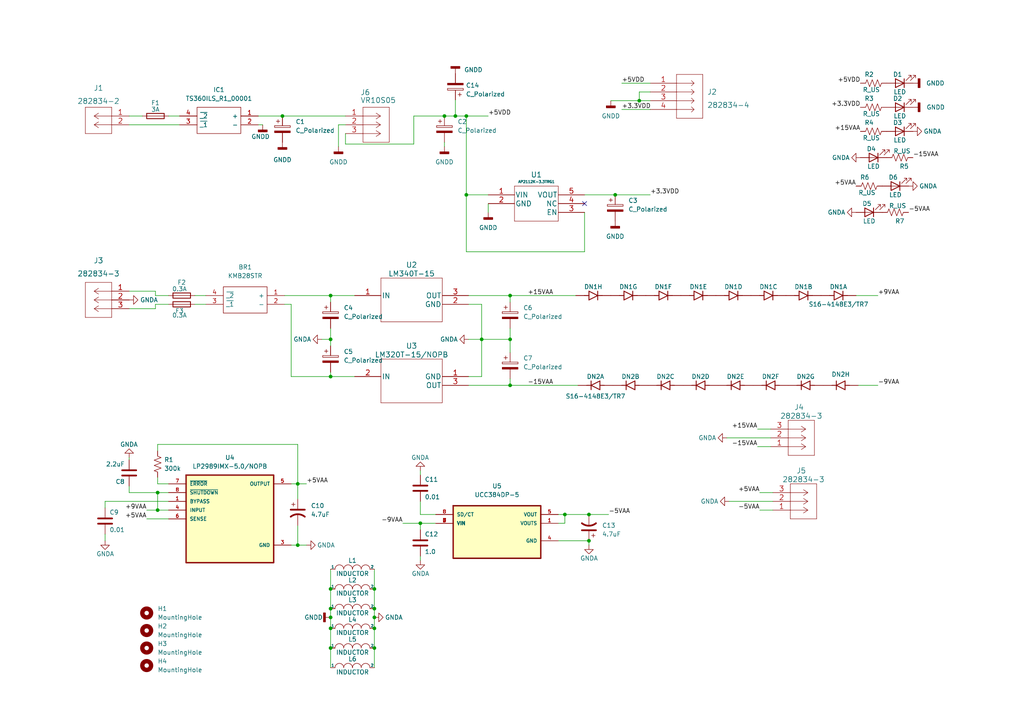
<source format=kicad_sch>
(kicad_sch (version 20211123) (generator eeschema)
  (paper "A4")
  (junction (at 108.585 187.96))
  (junction (at 108.585 176.53))
  (junction (at 95.885 176.53))
  (junction (at 128.905 33.655))
  (junction (at 86.36 140.335))
  (junction (at 95.885 179.07))
  (junction (at 95.885 187.96))
  (junction (at 95.885 109.22))
  (junction (at 95.885 98.425))
  (junction (at 135.255 33.655))
  (junction (at 45.72 147.955))
  (junction (at 139.7 98.425))
  (junction (at 178.435 56.515))
  (junction (at 170.815 156.845))
  (junction (at 132.08 33.655))
  (junction (at 95.885 182.245))
  (junction (at 95.885 85.725))
  (junction (at 147.955 98.425))
  (junction (at 121.92 151.765))
  (junction (at 95.885 170.815))
  (junction (at 81.915 33.655))
  (junction (at 108.585 179.07))
  (junction (at 135.255 56.515))
  (junction (at 147.955 85.725))
  (junction (at 108.585 182.245))
  (junction (at 86.36 158.115))
  (junction (at 163.83 149.225))
  (junction (at 108.585 170.815))
  (junction (at 45.72 142.875))
  (junction (at 147.955 111.76))
  (junction (at 170.815 149.225))
  (junction (at 185.42 29.21))
  (no_connect (at 169.545 59.055))
  (wire (pts (xy 86.36 140.335) (xy 86.36 144.78)))
  (wire (pts (xy 135.255 73.025) (xy 135.255 56.515)))
  (wire (pts (xy 135.89 111.76) (xy 147.955 111.76)))
  (wire (pts (xy 178.435 56.515) (xy 188.595 56.515)))
  (wire (pts (xy 132.08 33.655) (xy 135.255 33.655)))
  (wire (pts (xy 108.585 165.1) (xy 108.585 170.815)))
  (wire (pts (xy 147.955 109.855) (xy 147.955 111.76)))
  (wire (pts (xy 48.895 140.335) (xy 45.72 140.335)))
  (wire (pts (xy 147.955 85.725) (xy 167.005 85.725)))
  (wire (pts (xy 95.885 85.725) (xy 102.87 85.725)))
  (wire (pts (xy 95.885 179.07) (xy 95.885 182.245)))
  (wire (pts (xy 86.36 158.115) (xy 84.455 158.115)))
  (wire (pts (xy 121.92 161.29) (xy 121.92 162.56)))
  (wire (pts (xy 95.885 176.53) (xy 95.885 179.07)))
  (wire (pts (xy 147.955 87.63) (xy 147.955 85.725)))
  (wire (pts (xy 95.885 87.63) (xy 95.885 85.725)))
  (wire (pts (xy 30.48 154.94) (xy 30.48 156.845)))
  (wire (pts (xy 108.585 182.245) (xy 108.585 187.96)))
  (wire (pts (xy 82.55 88.265) (xy 84.455 88.265)))
  (wire (pts (xy 139.7 98.425) (xy 147.955 98.425)))
  (wire (pts (xy 139.7 88.265) (xy 139.7 98.425)))
  (wire (pts (xy 185.42 26.67) (xy 185.42 29.21)))
  (wire (pts (xy 108.585 179.07) (xy 108.585 182.245)))
  (wire (pts (xy 120.015 41.783) (xy 120.015 33.655)))
  (wire (pts (xy 254.635 111.76) (xy 248.92 111.76)))
  (wire (pts (xy 161.925 156.845) (xy 170.815 156.845)))
  (wire (pts (xy 95.885 107.95) (xy 95.885 109.22)))
  (wire (pts (xy 93.345 98.425) (xy 95.885 98.425)))
  (wire (pts (xy 128.905 41.275) (xy 128.905 42.545)))
  (wire (pts (xy 88.9 158.115) (xy 86.36 158.115)))
  (wire (pts (xy 45.72 142.875) (xy 45.72 147.955)))
  (wire (pts (xy 180.34 24.13) (xy 188.595 24.13)))
  (wire (pts (xy 45.085 88.265) (xy 48.895 88.265)))
  (wire (pts (xy 139.7 109.22) (xy 135.89 109.22)))
  (wire (pts (xy 254.635 85.725) (xy 248.285 85.725)))
  (wire (pts (xy 135.89 98.425) (xy 139.7 98.425)))
  (wire (pts (xy 177.165 29.21) (xy 185.42 29.21)))
  (wire (pts (xy 81.915 33.655) (xy 100.203 33.655)))
  (wire (pts (xy 147.955 85.725) (xy 135.89 85.725)))
  (wire (pts (xy 100.203 38.735) (xy 100.203 41.783)))
  (wire (pts (xy 116.84 151.765) (xy 121.92 151.765)))
  (wire (pts (xy 95.885 170.815) (xy 95.885 176.53)))
  (wire (pts (xy 98.171 36.195) (xy 98.171 42.545)))
  (wire (pts (xy 121.92 151.765) (xy 126.365 151.765)))
  (wire (pts (xy 169.545 61.595) (xy 169.545 73.025)))
  (wire (pts (xy 121.92 136.525) (xy 121.92 137.795)))
  (wire (pts (xy 185.42 29.21) (xy 188.595 29.21)))
  (wire (pts (xy 45.72 147.955) (xy 48.895 147.955)))
  (wire (pts (xy 37.465 33.655) (xy 41.275 33.655)))
  (wire (pts (xy 37.465 142.875) (xy 45.72 142.875)))
  (wire (pts (xy 95.885 95.25) (xy 95.885 98.425)))
  (wire (pts (xy 100.203 41.783) (xy 120.015 41.783)))
  (wire (pts (xy 42.545 150.495) (xy 48.895 150.495)))
  (wire (pts (xy 45.72 130.81) (xy 45.72 128.905)))
  (wire (pts (xy 141.605 59.055) (xy 141.605 61.595)))
  (wire (pts (xy 48.895 142.875) (xy 45.72 142.875)))
  (wire (pts (xy 45.085 85.725) (xy 45.085 84.455)))
  (wire (pts (xy 169.545 56.515) (xy 178.435 56.515)))
  (wire (pts (xy 135.255 56.515) (xy 141.605 56.515)))
  (wire (pts (xy 45.085 89.535) (xy 37.465 89.535)))
  (wire (pts (xy 45.085 88.265) (xy 45.085 89.535)))
  (wire (pts (xy 30.48 145.415) (xy 48.895 145.415)))
  (wire (pts (xy 52.07 36.195) (xy 37.465 36.195)))
  (wire (pts (xy 121.92 145.415) (xy 121.92 149.225)))
  (wire (pts (xy 135.255 33.655) (xy 135.255 56.515)))
  (wire (pts (xy 48.895 33.655) (xy 52.07 33.655)))
  (wire (pts (xy 88.9 140.335) (xy 86.36 140.335)))
  (wire (pts (xy 170.815 156.845) (xy 170.815 158.115)))
  (wire (pts (xy 108.585 170.815) (xy 108.585 176.53)))
  (wire (pts (xy 139.7 98.425) (xy 139.7 109.22)))
  (wire (pts (xy 56.515 85.725) (xy 59.69 85.725)))
  (wire (pts (xy 84.455 109.22) (xy 95.885 109.22)))
  (wire (pts (xy 170.815 149.225) (xy 176.53 149.225)))
  (wire (pts (xy 211.455 145.415) (xy 224.155 145.415)))
  (wire (pts (xy 74.93 33.655) (xy 81.915 33.655)))
  (wire (pts (xy 86.36 140.335) (xy 84.455 140.335)))
  (wire (pts (xy 30.48 145.415) (xy 30.48 147.32)))
  (wire (pts (xy 95.885 182.245) (xy 95.885 187.96)))
  (wire (pts (xy 220.345 147.955) (xy 224.155 147.955)))
  (wire (pts (xy 169.545 73.025) (xy 135.255 73.025)))
  (wire (pts (xy 108.585 187.96) (xy 108.585 193.675)))
  (wire (pts (xy 45.72 128.905) (xy 86.36 128.905)))
  (wire (pts (xy 86.36 152.4) (xy 86.36 158.115)))
  (wire (pts (xy 84.455 88.265) (xy 84.455 109.22)))
  (wire (pts (xy 147.955 98.425) (xy 147.955 102.235)))
  (wire (pts (xy 121.92 153.67) (xy 121.92 151.765)))
  (wire (pts (xy 163.83 149.225) (xy 161.925 149.225)))
  (wire (pts (xy 163.83 149.225) (xy 170.815 149.225)))
  (wire (pts (xy 56.515 88.265) (xy 59.69 88.265)))
  (wire (pts (xy 95.885 109.22) (xy 102.87 109.22)))
  (wire (pts (xy 219.71 124.46) (xy 223.52 124.46)))
  (wire (pts (xy 95.885 165.1) (xy 95.885 170.815)))
  (wire (pts (xy 188.595 26.67) (xy 185.42 26.67)))
  (wire (pts (xy 37.465 140.97) (xy 37.465 142.875)))
  (wire (pts (xy 180.34 31.75) (xy 188.595 31.75)))
  (wire (pts (xy 95.885 98.425) (xy 95.885 100.33)))
  (wire (pts (xy 42.545 147.955) (xy 45.72 147.955)))
  (wire (pts (xy 163.83 151.765) (xy 163.83 149.225)))
  (wire (pts (xy 220.345 142.875) (xy 224.155 142.875)))
  (wire (pts (xy 132.08 28.956) (xy 132.08 33.655)))
  (wire (pts (xy 82.55 85.725) (xy 95.885 85.725)))
  (wire (pts (xy 161.925 151.765) (xy 163.83 151.765)))
  (wire (pts (xy 37.465 133.35) (xy 37.465 132.715)))
  (wire (pts (xy 37.465 84.455) (xy 45.085 84.455)))
  (wire (pts (xy 45.72 140.335) (xy 45.72 138.43)))
  (wire (pts (xy 147.955 111.76) (xy 167.64 111.76)))
  (wire (pts (xy 95.885 187.96) (xy 95.885 193.675)))
  (wire (pts (xy 120.015 33.655) (xy 128.905 33.655)))
  (wire (pts (xy 74.93 36.195) (xy 76.2 36.195)))
  (wire (pts (xy 219.71 129.54) (xy 223.52 129.54)))
  (wire (pts (xy 135.89 88.265) (xy 139.7 88.265)))
  (wire (pts (xy 121.92 149.225) (xy 126.365 149.225)))
  (wire (pts (xy 128.905 33.655) (xy 132.08 33.655)))
  (wire (pts (xy 135.255 33.655) (xy 141.605 33.655)))
  (wire (pts (xy 45.085 85.725) (xy 48.895 85.725)))
  (wire (pts (xy 86.36 128.905) (xy 86.36 140.335)))
  (wire (pts (xy 147.955 95.25) (xy 147.955 98.425)))
  (wire (pts (xy 108.585 176.53) (xy 108.585 179.07)))
  (wire (pts (xy 210.82 127) (xy 223.52 127)))
  (wire (pts (xy 98.171 36.195) (xy 100.203 36.195)))
  (label "+9VAA" (at 42.545 147.955 180))
  (label "-5VAA" (at 263.525 61.595 0))
  (label "+5VAA" (at 42.545 150.495 180))
  (label "-9VAA" (at 254.635 111.76 0))
  (label "-15VAA" (at 264.795 45.72 0))
  (label "+5VAA" (at 220.345 142.875 180))
  (label "+9VAA" (at 254.635 85.725 0))
  (label "+15VAA" (at 219.71 124.46 180))
  (label "+15VAA" (at 153.035 85.725 0))
  (label "-5VAA" (at 176.53 149.225 0))
  (label "-5VAA" (at 220.345 147.955 180))
  (label "+3.3VDD" (at 188.595 56.515 0))
  (label "-9VAA" (at 116.84 151.765 180))
  (label "-15VAA" (at 153.035 111.76 0))
  (label "-15VAA" (at 219.71 129.54 180))
  (label "+3.3VDD" (at 249.555 31.115 180))
  (label "+3.3VDD" (at 180.34 31.75 0))
  (label "+5VDD" (at 141.605 33.655 0))
  (label "+5VAA" (at 88.9 140.335 0))
  (label "+5VAA" (at 248.285 53.975 180))
  (label "+5VDD" (at 249.555 24.13 180))
  (label "+15VAA" (at 249.555 38.1 180))
  (label "+5VDD" (at 180.34 24.13 0))
  (symbol (lib_id "Device:Fuse") (at 45.085 33.655 90) (unit 1)
    (property "Reference" "F1" (at 45.085 29.845 90))
    (property "Value" "3A" (at 45.085 31.75 90))
    (property "Footprint" "Fuse:Fuse_1206_3216Metric" (effects hide))
  )
  (symbol (lib_id "Device:C") (at 37.465 137.16 180) (unit 1)
    (property "Reference" "C8" (at 36.195 139.7 0) (effects (justify left)))
    (property "Value" "2.2uF" (at 36.195 134.62 0) (effects (justify left)))
    (property "Footprint" "Capacitor_SMD:C_0805_2012Metric" (effects hide))
  )
  (symbol (lib_id "Mechanical:MountingHole") (at 42.545 187.96 0) (unit 1)
    (property "Reference" "H3" (at 45.72 186.6899 0) (effects (justify left)))
    (property "Value" "MountingHole" (at 45.72 189.2299 0) (effects (justify left)))
    (property "Footprint" "MountingHole:MountingHole_3.2mm_M3" (effects hide))
  )
  (symbol (lib_id "S16-4148E3_TR7:S16-4148E3{slash}TR7") (at 213.36 111.76 0) (unit 5)
    (property "Reference" "DN2" (at 213.36 109.22 0))
    (property "Value" "S16-4148E3/TR7" (effects hide))
    (property "Footprint" "S16-4148E3_TR7u_FP:SOIC127P599X195-16N" (effects hide))
    (property "D_NOM" "9.595" (effects hide))
    (property "D2_MAX" "0.0" (effects hide))
    (property "PIN_COUNT" "16.0" (effects hide))
    (property "B_MIN" "0.28" (effects hide))
    (property "MAXIMUM_PACKAGE_HEIGHT" "1.95mm" (effects hide))
    (property "A_MIN" "1.95" (effects hide))
    (property "L_MAX" "1.27" (effects hide))
    (property "E_NOM" "5.99" (effects hide))
    (property "ENOM" "1.27" (effects hide))
    (property "L_NOM" "0.84" (effects hide))
    (property "E2_MAX" "0.0" (effects hide))
    (property "STANDARD" "IPC 7351B" (effects hide))
    (property "A_MAX" "1.95" (effects hide))
    (property "E_MAX" "6.19" (effects hide))
    (property "E_MIN" "5.79" (effects hide))
    (property "D_MIN" "9.09" (effects hide))
    (property "D_MAX" "10.1" (effects hide))
    (property "A1_MIN" "0.1" (effects hide))
    (property "B_NOM" "0.405" (effects hide))
    (property "L_MIN" "0.41" (effects hide))
    (property "E1_NOM" "3.91" (effects hide))
    (property "PARTREV" "G" (effects hide))
    (property "A_NOM" "1.95" (effects hide))
    (property "B_MAX" "0.53" (effects hide))
    (property "E1_MAX" "4.01" (effects hide))
    (property "MANUFACTURER" "Microsemi" (effects hide))
    (property "E1_MIN" "3.81" (effects hide))
  )
  (symbol (lib_id "Device:C_Polarized_US") (at 170.815 153.035 180) (unit 1)
    (property "Reference" "C13" (at 174.625 152.3999 0) (effects (justify right)))
    (property "Value" "4.7uF" (at 174.625 154.9399 0) (effects (justify right)))
    (property "Footprint" "Capacitor_Tantalum_SMD:CP_EIA-7343-15_Kemet-W" (effects hide))
  )
  (symbol (lib_id "power:GNDD") (at 128.905 42.545 0) (unit 1)
    (property "Reference" "#PWR0102" (effects hide))
    (property "Value" "GNDD" (at 128.905 46.99 0))
  )
  (symbol (lib_id "Device:C_Polarized") (at 128.905 37.465 0) (unit 1)
    (property "Reference" "C2" (at 132.715 35.3059 0) (effects (justify left)))
    (property "Value" "C_Polarized" (at 132.715 37.8459 0) (effects (justify left)))
    (property "Footprint" "Capacitor_THT:CP_Radial_D5.0mm_P2.50mm" (effects hide))
  )
  (symbol (lib_id "power:GNDA") (at 37.465 86.995 90) (unit 1)
    (property "Reference" "#PWR0110" (effects hide))
    (property "Value" "GNDA" (at 40.64 86.9949 90) (effects (justify right)))
  )
  (symbol (lib_id "power:GNDA") (at 88.9 158.115 90) (unit 1)
    (property "Reference" "#PWR0114" (effects hide))
    (property "Value" "GNDA" (at 97.155 158.115 90) (effects (justify left)))
  )
  (symbol (lib_id "Device:C_Polarized_US") (at 86.36 148.59 0) (unit 1)
    (property "Reference" "C10" (at 90.17 146.6849 0) (effects (justify left)))
    (property "Value" "4.7uF" (at 90.17 149.2249 0) (effects (justify left)))
    (property "Footprint" "Capacitor_Tantalum_SMD:CP_EIA-7343-15_Kemet-W" (effects hide))
  )
  (symbol (lib_id "pspice:INDUCTOR") (at 102.235 165.1 0) (unit 1)
    (property "Reference" "L1" (at 102.235 162.56 0))
    (property "Value" "INDUCTOR" (at 102.235 166.37 0))
    (property "Footprint" "Inductor_SMD:L_1206_3216Metric" (effects hide))
  )
  (symbol (lib_id "pspice:INDUCTOR") (at 102.235 187.96 0) (unit 1)
    (property "Reference" "L5" (at 102.235 185.42 0))
    (property "Value" "INDUCTOR" (at 102.235 189.23 0))
    (property "Footprint" "Inductor_SMD:L_1206_3216Metric" (effects hide))
  )
  (symbol (lib_id "power:GNDA") (at 248.285 61.595 270) (unit 1)
    (property "Reference" "#PWR0124" (effects hide))
    (property "Value" "GNDA" (at 240.03 61.595 90) (effects (justify left)))
  )
  (symbol (lib_id "VR10S05:VR10S05") (at 100.203 33.655 0) (unit 1)
    (property "Reference" "J6" (at 104.521 26.797 0) (effects (font (size 1.524 1.524)) (justify left)))
    (property "Value" "VR10S05" (at 104.521 29.083 0) (effects (font (size 1.524 1.524)) (justify left)))
    (property "Footprint" "VR10S05:VR10S05" (effects hide))
  )
  (symbol (lib_id "power:GNDA") (at 30.48 156.845 0) (unit 1)
    (property "Reference" "#PWR0118" (effects hide))
    (property "Value" "GNDA" (at 27.94 160.655 0) (effects (justify left)))
  )
  (symbol (lib_id "power:GNDA") (at 211.455 145.415 270) (unit 1)
    (property "Reference" "#PWR0112" (effects hide))
    (property "Value" "GNDA" (at 203.2 145.415 90) (effects (justify left)))
  )
  (symbol (lib_id "S16-4148E3_TR7:S16-4148E3{slash}TR7") (at 203.2 111.76 0) (unit 4)
    (property "Reference" "DN2" (at 203.2 109.22 0))
    (property "Value" "S16-4148E3/TR7" (effects hide))
    (property "Footprint" "S16-4148E3_TR7u_FP:SOIC127P599X195-16N" (effects hide))
    (property "D_NOM" "9.595" (effects hide))
    (property "D2_MAX" "0.0" (effects hide))
    (property "PIN_COUNT" "16.0" (effects hide))
    (property "B_MIN" "0.28" (effects hide))
    (property "MAXIMUM_PACKAGE_HEIGHT" "1.95mm" (effects hide))
    (property "A_MIN" "1.95" (effects hide))
    (property "L_MAX" "1.27" (effects hide))
    (property "E_NOM" "5.99" (effects hide))
    (property "ENOM" "1.27" (effects hide))
    (property "L_NOM" "0.84" (effects hide))
    (property "E2_MAX" "0.0" (effects hide))
    (property "STANDARD" "IPC 7351B" (effects hide))
    (property "A_MAX" "1.95" (effects hide))
    (property "E_MAX" "6.19" (effects hide))
    (property "E_MIN" "5.79" (effects hide))
    (property "D_MIN" "9.09" (effects hide))
    (property "D_MAX" "10.1" (effects hide))
    (property "A1_MIN" "0.1" (effects hide))
    (property "B_NOM" "0.405" (effects hide))
    (property "L_MIN" "0.41" (effects hide))
    (property "E1_NOM" "3.91" (effects hide))
    (property "PARTREV" "G" (effects hide))
    (property "A_NOM" "1.95" (effects hide))
    (property "B_MAX" "0.53" (effects hide))
    (property "E1_MAX" "4.01" (effects hide))
    (property "MANUFACTURER" "Microsemi" (effects hide))
    (property "E1_MIN" "3.81" (effects hide))
  )
  (symbol (lib_id "Device:LED") (at 252.095 61.595 180) (unit 1)
    (property "Reference" "D5" (at 251.46 59.055 0))
    (property "Value" "LED" (at 252.095 64.135 0))
    (property "Footprint" "LED_SMD:LED_0603_1608Metric" (effects hide))
  )
  (symbol (lib_id "power:GNDD") (at 141.605 61.595 0) (unit 1)
    (property "Reference" "#PWR0105" (effects hide))
    (property "Value" "GNDD" (at 141.605 66.04 0))
  )
  (symbol (lib_id "power:GNDA") (at 121.92 162.56 0) (unit 1)
    (property "Reference" "#PWR0116" (effects hide))
    (property "Value" "GNDA" (at 119.38 166.37 0) (effects (justify left)))
  )
  (symbol (lib_id "S16-4148E3_TR7:S16-4148E3{slash}TR7") (at 172.72 111.76 0) (unit 1)
    (property "Reference" "DN2" (at 172.72 109.22 0))
    (property "Value" "S16-4148E3/TR7" (at 172.72 114.935 0))
    (property "Footprint" "S16-4148E3_TR7u_FP:SOIC127P599X195-16N" (effects hide))
    (property "D_NOM" "9.595" (effects hide))
    (property "D2_MAX" "0.0" (effects hide))
    (property "PIN_COUNT" "16.0" (effects hide))
    (property "B_MIN" "0.28" (effects hide))
    (property "MAXIMUM_PACKAGE_HEIGHT" "1.95mm" (effects hide))
    (property "A_MIN" "1.95" (effects hide))
    (property "L_MAX" "1.27" (effects hide))
    (property "E_NOM" "5.99" (effects hide))
    (property "ENOM" "1.27" (effects hide))
    (property "L_NOM" "0.84" (effects hide))
    (property "E2_MAX" "0.0" (effects hide))
    (property "STANDARD" "IPC 7351B" (effects hide))
    (property "A_MAX" "1.95" (effects hide))
    (property "E_MAX" "6.19" (effects hide))
    (property "E_MIN" "5.79" (effects hide))
    (property "D_MIN" "9.09" (effects hide))
    (property "D_MAX" "10.1" (effects hide))
    (property "A1_MIN" "0.1" (effects hide))
    (property "B_NOM" "0.405" (effects hide))
    (property "L_MIN" "0.41" (effects hide))
    (property "E1_NOM" "3.91" (effects hide))
    (property "PARTREV" "G" (effects hide))
    (property "A_NOM" "1.95" (effects hide))
    (property "B_MAX" "0.53" (effects hide))
    (property "E1_MAX" "4.01" (effects hide))
    (property "MANUFACTURER" "Microsemi" (effects hide))
    (property "E1_MIN" "3.81" (effects hide))
  )
  (symbol (lib_id "pspice:INDUCTOR") (at 102.235 170.815 0) (unit 1)
    (property "Reference" "L2" (at 102.235 168.275 0))
    (property "Value" "INDUCTOR" (at 102.235 172.085 0))
    (property "Footprint" "Inductor_SMD:L_1206_3216Metric" (effects hide))
  )
  (symbol (lib_id "power:GNDA") (at 264.795 38.1 90) (unit 1)
    (property "Reference" "#PWR0122" (effects hide))
    (property "Value" "GNDA" (at 273.05 38.1 90) (effects (justify left)))
  )
  (symbol (lib_id "power:GNDD") (at 98.171 42.545 0) (unit 1)
    (property "Reference" "#PWR0101" (effects hide))
    (property "Value" "GNDD" (at 98.171 46.99 0))
  )
  (symbol (lib_id "Mechanical:MountingHole") (at 42.545 177.8 0) (unit 1)
    (property "Reference" "H1" (at 45.72 176.5299 0) (effects (justify left)))
    (property "Value" "MountingHole" (at 45.72 179.0699 0) (effects (justify left)))
    (property "Footprint" "MountingHole:MountingHole_3.2mm_M3" (effects hide))
  )
  (symbol (lib_id "282834-3:282834-3") (at 224.155 147.955 0) (mirror x) (unit 1)
    (property "Reference" "J5" (at 232.41 136.525 0) (effects (font (size 1.524 1.524))))
    (property "Value" "282834-3" (at 233.045 139.065 0) (effects (font (size 1.524 1.524))))
    (property "Footprint" "282834-3_FP:282834-3" (effects hide))
  )
  (symbol (lib_id "Mechanical:MountingHole") (at 42.545 193.04 0) (unit 1)
    (property "Reference" "H4" (at 45.72 191.7699 0) (effects (justify left)))
    (property "Value" "MountingHole" (at 45.72 194.3099 0) (effects (justify left)))
    (property "Footprint" "MountingHole:MountingHole_3.2mm_M3" (effects hide))
  )
  (symbol (lib_id "power:GNDA") (at 108.585 179.07 90) (unit 1)
    (property "Reference" "#PWR0126" (effects hide))
    (property "Value" "GNDA" (at 116.84 179.07 90) (effects (justify left)))
  )
  (symbol (lib_id "S16-4148E3_TR7:S16-4148E3{slash}TR7") (at 182.245 85.725 0) (mirror y) (unit 7)
    (property "Reference" "DN1" (at 182.245 83.185 0))
    (property "Value" "S16-4148E3/TR7" (effects hide))
    (property "Footprint" "S16-4148E3_TR7u_FP:SOIC127P599X195-16N" (effects hide))
    (property "D_NOM" "9.595" (effects hide))
    (property "D2_MAX" "0.0" (effects hide))
    (property "PIN_COUNT" "16.0" (effects hide))
    (property "B_MIN" "0.28" (effects hide))
    (property "MAXIMUM_PACKAGE_HEIGHT" "1.95mm" (effects hide))
    (property "A_MIN" "1.95" (effects hide))
    (property "L_MAX" "1.27" (effects hide))
    (property "E_NOM" "5.99" (effects hide))
    (property "ENOM" "1.27" (effects hide))
    (property "L_NOM" "0.84" (effects hide))
    (property "E2_MAX" "0.0" (effects hide))
    (property "STANDARD" "IPC 7351B" (effects hide))
    (property "A_MAX" "1.95" (effects hide))
    (property "E_MAX" "6.19" (effects hide))
    (property "E_MIN" "5.79" (effects hide))
    (property "D_MIN" "9.09" (effects hide))
    (property "D_MAX" "10.1" (effects hide))
    (property "A1_MIN" "0.1" (effects hide))
    (property "B_NOM" "0.405" (effects hide))
    (property "L_MIN" "0.41" (effects hide))
    (property "E1_NOM" "3.91" (effects hide))
    (property "PARTREV" "G" (effects hide))
    (property "A_NOM" "1.95" (effects hide))
    (property "B_MAX" "0.53" (effects hide))
    (property "E1_MAX" "4.01" (effects hide))
    (property "MANUFACTURER" "Microsemi" (effects hide))
    (property "E1_MIN" "3.81" (effects hide))
  )
  (symbol (lib_id "Device:R_US") (at 252.095 53.975 90) (unit 1)
    (property "Reference" "R6" (at 250.825 51.435 90))
    (property "Value" "R_US" (at 251.46 55.88 90))
    (property "Footprint" "Resistor_SMD:R_0603_1608Metric" (effects hide))
  )
  (symbol (lib_id "282834-3:282834-3") (at 223.52 129.54 0) (mirror x) (unit 1)
    (property "Reference" "J4" (at 231.775 118.11 0) (effects (font (size 1.524 1.524))))
    (property "Value" "282834-3" (at 232.41 120.65 0) (effects (font (size 1.524 1.524))))
    (property "Footprint" "282834-3_FP:282834-3" (effects hide))
  )
  (symbol (lib_id "KMB28STR:KMB28STR") (at 82.55 85.725 0) (mirror y) (unit 1)
    (property "Reference" "BR1" (at 71.12 77.47 0))
    (property "Value" "KMB28STR" (at 71.12 80.01 0))
    (property "Footprint" "KMB28STR_FP:SOP250P700X290-4N" (effects hide))
    (property "Datasheet" "http://www.smc-diodes.com/propdf/KMB22S%20THRU%20KMB225S%20N1952%20REV.A.pdf" (effects hide))
    (property "Description" "BRIDGE RECT 1PHASE 80V 2A MBS" (effects hide))
    (property "Height" "2.9" (effects hide))
    (property "Manufacturer_Name" "SMC Diode Solutions" (effects hide))
    (property "Manufacturer_Part_Number" "KMB28STR" (effects hide))
  )
  (symbol (lib_id "Device:C_Polarized") (at 147.955 91.44 0) (unit 1)
    (property "Reference" "C6" (at 151.765 89.2809 0) (effects (justify left)))
    (property "Value" "C_Polarized" (at 151.765 91.8209 0) (effects (justify left)))
    (property "Footprint" "Capacitor_THT:CP_Radial_D5.0mm_P2.50mm" (effects hide))
  )
  (symbol (lib_id "pspice:INDUCTOR") (at 102.235 182.245 0) (unit 1)
    (property "Reference" "L4" (at 102.235 179.705 0))
    (property "Value" "INDUCTOR" (at 102.235 183.515 0))
    (property "Footprint" "Inductor_SMD:L_1206_3216Metric" (effects hide))
  )
  (symbol (lib_id "S16-4148E3_TR7:S16-4148E3{slash}TR7") (at 212.725 85.725 0) (mirror y) (unit 4)
    (property "Reference" "DN1" (at 212.725 83.185 0))
    (property "Value" "S16-4148E3/TR7" (effects hide))
    (property "Footprint" "S16-4148E3_TR7u_FP:SOIC127P599X195-16N" (effects hide))
    (property "D_NOM" "9.595" (effects hide))
    (property "D2_MAX" "0.0" (effects hide))
    (property "PIN_COUNT" "16.0" (effects hide))
    (property "B_MIN" "0.28" (effects hide))
    (property "MAXIMUM_PACKAGE_HEIGHT" "1.95mm" (effects hide))
    (property "A_MIN" "1.95" (effects hide))
    (property "L_MAX" "1.27" (effects hide))
    (property "E_NOM" "5.99" (effects hide))
    (property "ENOM" "1.27" (effects hide))
    (property "L_NOM" "0.84" (effects hide))
    (property "E2_MAX" "0.0" (effects hide))
    (property "STANDARD" "IPC 7351B" (effects hide))
    (property "A_MAX" "1.95" (effects hide))
    (property "E_MAX" "6.19" (effects hide))
    (property "E_MIN" "5.79" (effects hide))
    (property "D_MIN" "9.09" (effects hide))
    (property "D_MAX" "10.1" (effects hide))
    (property "A1_MIN" "0.1" (effects hide))
    (property "B_NOM" "0.405" (effects hide))
    (property "L_MIN" "0.41" (effects hide))
    (property "E1_NOM" "3.91" (effects hide))
    (property "PARTREV" "G" (effects hide))
    (property "A_NOM" "1.95" (effects hide))
    (property "B_MAX" "0.53" (effects hide))
    (property "E1_MAX" "4.01" (effects hide))
    (property "MANUFACTURER" "Microsemi" (effects hide))
    (property "E1_MIN" "3.81" (effects hide))
  )
  (symbol (lib_id "Device:C") (at 121.92 141.605 0) (unit 1)
    (property "Reference" "C11" (at 123.19 139.065 0) (effects (justify left)))
    (property "Value" "0.01" (at 123.19 144.145 0) (effects (justify left)))
    (property "Footprint" "Capacitor_SMD:C_0603_1608Metric" (effects hide))
  )
  (symbol (lib_id "power:GNDD") (at 178.435 64.135 0) (unit 1)
    (property "Reference" "#PWR0107" (effects hide))
    (property "Value" "GNDD" (at 178.435 68.58 0))
  )
  (symbol (lib_id "Mechanical:MountingHole") (at 42.545 182.88 0) (unit 1)
    (property "Reference" "H2" (at 45.72 181.6099 0) (effects (justify left)))
    (property "Value" "MountingHole" (at 45.72 184.1499 0) (effects (justify left)))
    (property "Footprint" "MountingHole:MountingHole_3.2mm_M3" (effects hide))
  )
  (symbol (lib_id "LM340T-15:LM340T-15") (at 102.87 85.725 0) (unit 1)
    (property "Reference" "U2" (at 119.38 76.835 0) (effects (font (size 1.524 1.524))))
    (property "Value" "LM340T-15" (at 119.38 79.375 0) (effects (font (size 1.524 1.524))))
    (property "Footprint" "LM340T-15_FP:LM340T-15" (effects hide))
  )
  (symbol (lib_id "Device:C_Polarized") (at 147.955 106.045 0) (unit 1)
    (property "Reference" "C7" (at 151.765 103.8859 0) (effects (justify left)))
    (property "Value" "C_Polarized" (at 151.765 106.4259 0) (effects (justify left)))
    (property "Footprint" "Capacitor_THT:CP_Radial_D5.0mm_P2.50mm" (effects hide))
  )
  (symbol (lib_id "Device:C_Polarized") (at 81.915 37.465 0) (unit 1)
    (property "Reference" "C1" (at 85.725 35.3059 0) (effects (justify left)))
    (property "Value" "C_Polarized" (at 85.725 37.8459 0) (effects (justify left)))
    (property "Footprint" "Capacitor_THT:CP_Radial_D5.0mm_P2.50mm" (effects hide))
  )
  (symbol (lib_id "power:GNDD") (at 76.2 36.195 0) (unit 1)
    (property "Reference" "#PWR0103" (effects hide))
    (property "Value" "GNDD" (at 75.565 39.624 0))
  )
  (symbol (lib_id "Device:Fuse") (at 52.705 85.725 90) (unit 1)
    (property "Reference" "F2" (at 52.705 81.915 90))
    (property "Value" "0.3A" (at 52.07 83.82 90))
    (property "Footprint" "Fuse:Fuse_1206_3216Metric" (effects hide))
  )
  (symbol (lib_id "Device:C") (at 30.48 151.13 0) (unit 1)
    (property "Reference" "C9" (at 31.75 148.59 0) (effects (justify left)))
    (property "Value" "0.01" (at 31.75 153.67 0) (effects (justify left)))
    (property "Footprint" "Capacitor_SMD:C_0603_1608Metric" (effects hide))
  )
  (symbol (lib_id "S16-4148E3_TR7:S16-4148E3{slash}TR7") (at 222.885 85.725 0) (mirror y) (unit 3)
    (property "Reference" "DN1" (at 222.885 83.185 0))
    (property "Value" "S16-4148E3/TR7" (effects hide))
    (property "Footprint" "S16-4148E3_TR7u_FP:SOIC127P599X195-16N" (effects hide))
    (property "D_NOM" "9.595" (effects hide))
    (property "D2_MAX" "0.0" (effects hide))
    (property "PIN_COUNT" "16.0" (effects hide))
    (property "B_MIN" "0.28" (effects hide))
    (property "MAXIMUM_PACKAGE_HEIGHT" "1.95mm" (effects hide))
    (property "A_MIN" "1.95" (effects hide))
    (property "L_MAX" "1.27" (effects hide))
    (property "E_NOM" "5.99" (effects hide))
    (property "ENOM" "1.27" (effects hide))
    (property "L_NOM" "0.84" (effects hide))
    (property "E2_MAX" "0.0" (effects hide))
    (property "STANDARD" "IPC 7351B" (effects hide))
    (property "A_MAX" "1.95" (effects hide))
    (property "E_MAX" "6.19" (effects hide))
    (property "E_MIN" "5.79" (effects hide))
    (property "D_MIN" "9.09" (effects hide))
    (property "D_MAX" "10.1" (effects hide))
    (property "A1_MIN" "0.1" (effects hide))
    (property "B_NOM" "0.405" (effects hide))
    (property "L_MIN" "0.41" (effects hide))
    (property "E1_NOM" "3.91" (effects hide))
    (property "PARTREV" "G" (effects hide))
    (property "A_NOM" "1.95" (effects hide))
    (property "B_MAX" "0.53" (effects hide))
    (property "E1_MAX" "4.01" (effects hide))
    (property "MANUFACTURER" "Microsemi" (effects hide))
    (property "E1_MIN" "3.81" (effects hide))
  )
  (symbol (lib_id "SamacSys_Parts:TS360ILS_R1_00001") (at 74.93 33.655 0) (mirror y) (unit 1)
    (property "Reference" "IC1" (at 63.5 26.035 0))
    (property "Value" "TS360ILS_R1_00001" (at 63.5 28.575 0))
    (property "Footprint" "TS360ILS_R1_00001_FP:SOP400P650X145-4N" (effects hide))
    (property "Datasheet" "https://www.mouser.co.id/datasheet/2/1057/TS360ILS-1877238.pdf" (effects hide))
    (property "Description" "Schottky Diodes & Rectifiers MICRO SURFACE MOUNT SCHOTTKY BRIDGE 60V 3A TDI" (effects hide))
    (property "Height" "1.45" (effects hide))
    (property "Mouser Part Number" "241-TS360ILSR100001" (effects hide))
    (property "Mouser Price/Stock" "https://www.mouser.co.uk/ProductDetail/Panjit/TS360ILS_R1_00001?qs=sPbYRqrBIVlciIw6xf5DwA%3D%3D" (effects hide))
    (property "Manufacturer_Name" "PANJIT" (effects hide))
    (property "Manufacturer_Part_Number" "TS360ILS_R1_00001" (effects hide))
  )
  (symbol (lib_id "Device:R_US") (at 45.72 134.62 0) (unit 1)
    (property "Reference" "R1" (at 47.625 133.3499 0) (effects (justify left)))
    (property "Value" "300k" (at 47.625 135.8899 0) (effects (justify left)))
    (property "Footprint" "Resistor_SMD:R_0603_1608Metric" (effects hide))
  )
  (symbol (lib_id "S16-4148E3_TR7:S16-4148E3{slash}TR7") (at 202.565 85.725 0) (mirror y) (unit 5)
    (property "Reference" "DN1" (at 202.565 83.185 0))
    (property "Value" "S16-4148E3/TR7" (effects hide))
    (property "Footprint" "S16-4148E3_TR7u_FP:SOIC127P599X195-16N" (effects hide))
    (property "D_NOM" "9.595" (effects hide))
    (property "D2_MAX" "0.0" (effects hide))
    (property "PIN_COUNT" "16.0" (effects hide))
    (property "B_MIN" "0.28" (effects hide))
    (property "MAXIMUM_PACKAGE_HEIGHT" "1.95mm" (effects hide))
    (property "A_MIN" "1.95" (effects hide))
    (property "L_MAX" "1.27" (effects hide))
    (property "E_NOM" "5.99" (effects hide))
    (property "ENOM" "1.27" (effects hide))
    (property "L_NOM" "0.84" (effects hide))
    (property "E2_MAX" "0.0" (effects hide))
    (property "STANDARD" "IPC 7351B" (effects hide))
    (property "A_MAX" "1.95" (effects hide))
    (property "E_MAX" "6.19" (effects hide))
    (property "E_MIN" "5.79" (effects hide))
    (property "D_MIN" "9.09" (effects hide))
    (property "D_MAX" "10.1" (effects hide))
    (property "A1_MIN" "0.1" (effects hide))
    (property "B_NOM" "0.405" (effects hide))
    (property "L_MIN" "0.41" (effects hide))
    (property "E1_NOM" "3.91" (effects hide))
    (property "PARTREV" "G" (effects hide))
    (property "A_NOM" "1.95" (effects hide))
    (property "B_MAX" "0.53" (effects hide))
    (property "E1_MAX" "4.01" (effects hide))
    (property "MANUFACTURER" "Microsemi" (effects hide))
    (property "E1_MIN" "3.81" (effects hide))
  )
  (symbol (lib_id "Device:R_US") (at 259.715 61.595 270) (unit 1)
    (property "Reference" "R7" (at 260.985 64.135 90))
    (property "Value" "R_US" (at 260.35 59.69 90))
    (property "Footprint" "Resistor_SMD:R_0603_1608Metric" (effects hide))
  )
  (symbol (lib_id "Device:LED") (at 260.985 38.1 180) (unit 1)
    (property "Reference" "D3" (at 260.35 35.56 0))
    (property "Value" "LED" (at 260.985 40.64 0))
    (property "Footprint" "LED_SMD:LED_0603_1608Metric" (effects hide))
  )
  (symbol (lib_id "282834-3:282834-3") (at 37.465 84.455 0) (mirror y) (unit 1)
    (property "Reference" "J3" (at 28.575 75.565 0) (effects (font (size 1.524 1.524))))
    (property "Value" "282834-3" (at 28.575 79.375 0) (effects (font (size 1.524 1.524))))
    (property "Footprint" "282834-3_FP:282834-3" (effects hide))
  )
  (symbol (lib_id "S16-4148E3_TR7:S16-4148E3{slash}TR7") (at 223.52 111.76 0) (unit 6)
    (property "Reference" "DN2" (at 223.52 109.22 0))
    (property "Value" "S16-4148E3/TR7" (effects hide))
    (property "Footprint" "S16-4148E3_TR7u_FP:SOIC127P599X195-16N" (effects hide))
    (property "D_NOM" "9.595" (effects hide))
    (property "D2_MAX" "0.0" (effects hide))
    (property "PIN_COUNT" "16.0" (effects hide))
    (property "B_MIN" "0.28" (effects hide))
    (property "MAXIMUM_PACKAGE_HEIGHT" "1.95mm" (effects hide))
    (property "A_MIN" "1.95" (effects hide))
    (property "L_MAX" "1.27" (effects hide))
    (property "E_NOM" "5.99" (effects hide))
    (property "ENOM" "1.27" (effects hide))
    (property "L_NOM" "0.84" (effects hide))
    (property "E2_MAX" "0.0" (effects hide))
    (property "STANDARD" "IPC 7351B" (effects hide))
    (property "A_MAX" "1.95" (effects hide))
    (property "E_MAX" "6.19" (effects hide))
    (property "E_MIN" "5.79" (effects hide))
    (property "D_MIN" "9.09" (effects hide))
    (property "D_MAX" "10.1" (effects hide))
    (property "A1_MIN" "0.1" (effects hide))
    (property "B_NOM" "0.405" (effects hide))
    (property "L_MIN" "0.41" (effects hide))
    (property "E1_NOM" "3.91" (effects hide))
    (property "PARTREV" "G" (effects hide))
    (property "A_NOM" "1.95" (effects hide))
    (property "B_MAX" "0.53" (effects hide))
    (property "E1_MAX" "4.01" (effects hide))
    (property "MANUFACTURER" "Microsemi" (effects hide))
    (property "E1_MIN" "3.81" (effects hide))
  )
  (symbol (lib_id "Device:LED") (at 259.715 53.975 180) (unit 1)
    (property "Reference" "D6" (at 259.08 51.435 0))
    (property "Value" "LED" (at 259.715 56.515 0))
    (property "Footprint" "LED_SMD:LED_0603_1608Metric" (effects hide))
  )
  (symbol (lib_id "282834-4:282834-4") (at 188.595 24.13 0) (unit 1)
    (property "Reference" "J2" (at 205.105 26.67 0) (effects (font (size 1.524 1.524)) (justify left)))
    (property "Value" "282834-4" (at 205.105 30.48 0) (effects (font (size 1.524 1.524)) (justify left)))
    (property "Footprint" "282834-4_FP:282834-4" (effects hide))
  )
  (symbol (lib_id "Device:LED") (at 253.365 45.72 180) (unit 1)
    (property "Reference" "D4" (at 252.73 43.18 0))
    (property "Value" "LED" (at 253.365 48.26 0))
    (property "Footprint" "LED_SMD:LED_0603_1608Metric" (effects hide))
  )
  (symbol (lib_id "Device:C_Polarized") (at 95.885 91.44 0) (unit 1)
    (property "Reference" "C4" (at 99.695 89.2809 0) (effects (justify left)))
    (property "Value" "C_Polarized" (at 99.695 91.8209 0) (effects (justify left)))
    (property "Footprint" "Capacitor_THT:CP_Radial_D5.0mm_P2.50mm" (effects hide))
  )
  (symbol (lib_id "AP2112K-3-3TRG1:AP2112K-3.3TRG1") (at 141.605 56.515 0) (unit 1)
    (property "Reference" "U1" (at 155.575 50.673 0) (effects (font (size 1.524 1.524))))
    (property "Value" "AP2112K-3.3TRG1" (at 155.575 52.705 0) (effects (font (size 0.75 0.75))))
    (property "Footprint" "AP2112K-3-3TRG1_FP:AP2112K-3.3TRG1" (effects hide))
  )
  (symbol (lib_id "S16-4148E3_TR7:S16-4148E3{slash}TR7") (at 243.84 111.76 0) (unit 8)
    (property "Reference" "DN2" (at 243.84 108.585 0))
    (property "Value" "S16-4148E3/TR7" (effects hide))
    (property "Footprint" "S16-4148E3_TR7u_FP:SOIC127P599X195-16N" (effects hide))
    (property "D_NOM" "9.595" (effects hide))
    (property "D2_MAX" "0.0" (effects hide))
    (property "PIN_COUNT" "16.0" (effects hide))
    (property "B_MIN" "0.28" (effects hide))
    (property "MAXIMUM_PACKAGE_HEIGHT" "1.95mm" (effects hide))
    (property "A_MIN" "1.95" (effects hide))
    (property "L_MAX" "1.27" (effects hide))
    (property "E_NOM" "5.99" (effects hide))
    (property "ENOM" "1.27" (effects hide))
    (property "L_NOM" "0.84" (effects hide))
    (property "E2_MAX" "0.0" (effects hide))
    (property "STANDARD" "IPC 7351B" (effects hide))
    (property "A_MAX" "1.95" (effects hide))
    (property "E_MAX" "6.19" (effects hide))
    (property "E_MIN" "5.79" (effects hide))
    (property "D_MIN" "9.09" (effects hide))
    (property "D_MAX" "10.1" (effects hide))
    (property "A1_MIN" "0.1" (effects hide))
    (property "B_NOM" "0.405" (effects hide))
    (property "L_MIN" "0.41" (effects hide))
    (property "E1_NOM" "3.91" (effects hide))
    (property "PARTREV" "G" (effects hide))
    (property "A_NOM" "1.95" (effects hide))
    (property "B_MAX" "0.53" (effects hide))
    (property "E1_MAX" "4.01" (effects hide))
    (property "MANUFACTURER" "Microsemi" (effects hide))
    (property "E1_MIN" "3.81" (effects hide))
  )
  (symbol (lib_id "power:GNDA") (at 249.555 45.72 270) (unit 1)
    (property "Reference" "#PWR0123" (effects hide))
    (property "Value" "GNDA" (at 241.3 45.72 90) (effects (justify left)))
  )
  (symbol (lib_id "282834-2:282834-2") (at 37.465 33.655 0) (mirror y) (unit 1)
    (property "Reference" "J1" (at 28.575 25.527 0) (effects (font (size 1.524 1.524))))
    (property "Value" "282834-2" (at 28.575 29.337 0) (effects (font (size 1.524 1.524))))
    (property "Footprint" "282834-2_FP:282834-2" (effects hide))
  )
  (symbol (lib_id "power:GNDA") (at 170.815 158.115 0) (unit 1)
    (property "Reference" "#PWR0115" (effects hide))
    (property "Value" "GNDA" (at 168.275 161.925 0) (effects (justify left)))
  )
  (symbol (lib_id "power:GNDD") (at 132.08 21.336 180) (unit 1)
    (property "Reference" "#PWR0128" (effects hide))
    (property "Value" "GNDD" (at 134.62 20.2564 0) (effects (justify right)))
  )
  (symbol (lib_id "power:GNDA") (at 210.82 127 270) (unit 1)
    (property "Reference" "#PWR0113" (effects hide))
    (property "Value" "GNDA" (at 202.565 127 90) (effects (justify left)))
  )
  (symbol (lib_id "Device:C_Polarized") (at 178.435 60.325 0) (unit 1)
    (property "Reference" "C3" (at 182.245 58.1659 0) (effects (justify left)))
    (property "Value" "C_Polarized" (at 182.245 60.7059 0) (effects (justify left)))
    (property "Footprint" "Capacitor_THT:CP_Radial_D5.0mm_P2.50mm" (effects hide))
  )
  (symbol (lib_id "Device:LED") (at 260.985 31.115 180) (unit 1)
    (property "Reference" "D2" (at 260.35 28.575 0))
    (property "Value" "LED" (at 260.985 33.655 0))
    (property "Footprint" "LED_SMD:LED_0603_1608Metric" (effects hide))
  )
  (symbol (lib_id "S16-4148E3_TR7:S16-4148E3{slash}TR7") (at 233.68 111.76 0) (unit 7)
    (property "Reference" "DN2" (at 233.68 109.22 0))
    (property "Value" "S16-4148E3/TR7" (effects hide))
    (property "Footprint" "S16-4148E3_TR7u_FP:SOIC127P599X195-16N" (effects hide))
    (property "D_NOM" "9.595" (effects hide))
    (property "D2_MAX" "0.0" (effects hide))
    (property "PIN_COUNT" "16.0" (effects hide))
    (property "B_MIN" "0.28" (effects hide))
    (property "MAXIMUM_PACKAGE_HEIGHT" "1.95mm" (effects hide))
    (property "A_MIN" "1.95" (effects hide))
    (property "L_MAX" "1.27" (effects hide))
    (property "E_NOM" "5.99" (effects hide))
    (property "ENOM" "1.27" (effects hide))
    (property "L_NOM" "0.84" (effects hide))
    (property "E2_MAX" "0.0" (effects hide))
    (property "STANDARD" "IPC 7351B" (effects hide))
    (property "A_MAX" "1.95" (effects hide))
    (property "E_MAX" "6.19" (effects hide))
    (property "E_MIN" "5.79" (effects hide))
    (property "D_MIN" "9.09" (effects hide))
    (property "D_MAX" "10.1" (effects hide))
    (property "A1_MIN" "0.1" (effects hide))
    (property "B_NOM" "0.405" (effects hide))
    (property "L_MIN" "0.41" (effects hide))
    (property "E1_NOM" "3.91" (effects hide))
    (property "PARTREV" "G" (effects hide))
    (property "A_NOM" "1.95" (effects hide))
    (property "B_MAX" "0.53" (effects hide))
    (property "E1_MAX" "4.01" (effects hide))
    (property "MANUFACTURER" "Microsemi" (effects hide))
    (property "E1_MIN" "3.81" (effects hide))
  )
  (symbol (lib_id "power:GNDD") (at 81.915 41.275 0) (unit 1)
    (property "Reference" "#PWR0104" (effects hide))
    (property "Value" "GNDD" (at 81.915 46.355 0))
  )
  (symbol (lib_id "pspice:INDUCTOR") (at 102.235 176.53 0) (unit 1)
    (property "Reference" "L3" (at 102.235 173.99 0))
    (property "Value" "INDUCTOR" (at 102.235 177.8 0))
    (property "Footprint" "Inductor_SMD:L_1206_3216Metric" (effects hide))
  )
  (symbol (lib_id "power:GNDA") (at 263.525 53.975 90) (unit 1)
    (property "Reference" "#PWR0125" (effects hide))
    (property "Value" "GNDA" (at 271.78 53.975 90) (effects (justify left)))
  )
  (symbol (lib_id "S16-4148E3_TR7:S16-4148E3{slash}TR7") (at 182.88 111.76 0) (unit 2)
    (property "Reference" "DN2" (at 182.88 109.22 0))
    (property "Value" "S16-4148E3/TR7" (effects hide))
    (property "Footprint" "S16-4148E3_TR7u_FP:SOIC127P599X195-16N" (effects hide))
    (property "D_NOM" "9.595" (effects hide))
    (property "D2_MAX" "0.0" (effects hide))
    (property "PIN_COUNT" "16.0" (effects hide))
    (property "B_MIN" "0.28" (effects hide))
    (property "MAXIMUM_PACKAGE_HEIGHT" "1.95mm" (effects hide))
    (property "A_MIN" "1.95" (effects hide))
    (property "L_MAX" "1.27" (effects hide))
    (property "E_NOM" "5.99" (effects hide))
    (property "ENOM" "1.27" (effects hide))
    (property "L_NOM" "0.84" (effects hide))
    (property "E2_MAX" "0.0" (effects hide))
    (property "STANDARD" "IPC 7351B" (effects hide))
    (property "A_MAX" "1.95" (effects hide))
    (property "E_MAX" "6.19" (effects hide))
    (property "E_MIN" "5.79" (effects hide))
    (property "D_MIN" "9.09" (effects hide))
    (property "D_MAX" "10.1" (effects hide))
    (property "A1_MIN" "0.1" (effects hide))
    (property "B_NOM" "0.405" (effects hide))
    (property "L_MIN" "0.41" (effects hide))
    (property "E1_NOM" "3.91" (effects hide))
    (property "PARTREV" "G" (effects hide))
    (property "A_NOM" "1.95" (effects hide))
    (property "B_MAX" "0.53" (effects hide))
    (property "E1_MAX" "4.01" (effects hide))
    (property "MANUFACTURER" "Microsemi" (effects hide))
    (property "E1_MIN" "3.81" (effects hide))
  )
  (symbol (lib_id "UCC384DP-5:UCC384DP-5") (at 144.145 154.305 0) (unit 1)
    (property "Reference" "U5" (at 144.145 140.97 0))
    (property "Value" "UCC384DP-5" (at 144.145 143.51 0))
    (property "Footprint" "UCC384DP-5_FP:SOIC127P599X175-8N" (effects hide))
  )
  (symbol (lib_id "S16-4148E3_TR7:S16-4148E3{slash}TR7") (at 243.205 85.725 0) (mirror y) (unit 1)
    (property "Reference" "DN1" (at 243.205 83.185 0))
    (property "Value" "S16-4148E3/TR7" (at 243.205 88.265 0))
    (property "Footprint" "S16-4148E3_TR7u_FP:SOIC127P599X195-16N" (effects hide))
    (property "D_NOM" "9.595" (effects hide))
    (property "D2_MAX" "0.0" (effects hide))
    (property "PIN_COUNT" "16.0" (effects hide))
    (property "B_MIN" "0.28" (effects hide))
    (property "MAXIMUM_PACKAGE_HEIGHT" "1.95mm" (effects hide))
    (property "A_MIN" "1.95" (effects hide))
    (property "L_MAX" "1.27" (effects hide))
    (property "E_NOM" "5.99" (effects hide))
    (property "ENOM" "1.27" (effects hide))
    (property "L_NOM" "0.84" (effects hide))
    (property "E2_MAX" "0.0" (effects hide))
    (property "STANDARD" "IPC 7351B" (effects hide))
    (property "A_MAX" "1.95" (effects hide))
    (property "E_MAX" "6.19" (effects hide))
    (property "E_MIN" "5.79" (effects hide))
    (property "D_MIN" "9.09" (effects hide))
    (property "D_MAX" "10.1" (effects hide))
    (property "A1_MIN" "0.1" (effects hide))
    (property "B_NOM" "0.405" (effects hide))
    (property "L_MIN" "0.41" (effects hide))
    (property "E1_NOM" "3.91" (effects hide))
    (property "PARTREV" "G" (effects hide))
    (property "A_NOM" "1.95" (effects hide))
    (property "B_MAX" "0.53" (effects hide))
    (property "E1_MAX" "4.01" (effects hide))
    (property "MANUFACTURER" "Microsemi" (effects hide))
    (property "E1_MIN" "3.81" (effects hide))
  )
  (symbol (lib_id "power:GNDD") (at 264.795 24.13 90) (unit 1)
    (property "Reference" "#PWR0120" (effects hide))
    (property "Value" "GNDD" (at 268.605 24.1299 90) (effects (justify right)))
  )
  (symbol (lib_id "S16-4148E3_TR7:S16-4148E3{slash}TR7") (at 192.405 85.725 0) (mirror y) (unit 6)
    (property "Reference" "DN1" (at 192.405 83.185 0))
    (property "Value" "S16-4148E3/TR7" (effects hide))
    (property "Footprint" "S16-4148E3_TR7u_FP:SOIC127P599X195-16N" (effects hide))
    (property "D_NOM" "9.595" (effects hide))
    (property "D2_MAX" "0.0" (effects hide))
    (property "PIN_COUNT" "16.0" (effects hide))
    (property "B_MIN" "0.28" (effects hide))
    (property "MAXIMUM_PACKAGE_HEIGHT" "1.95mm" (effects hide))
    (property "A_MIN" "1.95" (effects hide))
    (property "L_MAX" "1.27" (effects hide))
    (property "E_NOM" "5.99" (effects hide))
    (property "ENOM" "1.27" (effects hide))
    (property "L_NOM" "0.84" (effects hide))
    (property "E2_MAX" "0.0" (effects hide))
    (property "STANDARD" "IPC 7351B" (effects hide))
    (property "A_MAX" "1.95" (effects hide))
    (property "E_MAX" "6.19" (effects hide))
    (property "E_MIN" "5.79" (effects hide))
    (property "D_MIN" "9.09" (effects hide))
    (property "D_MAX" "10.1" (effects hide))
    (property "A1_MIN" "0.1" (effects hide))
    (property "B_NOM" "0.405" (effects hide))
    (property "L_MIN" "0.41" (effects hide))
    (property "E1_NOM" "3.91" (effects hide))
    (property "PARTREV" "G" (effects hide))
    (property "A_NOM" "1.95" (effects hide))
    (property "B_MAX" "0.53" (effects hide))
    (property "E1_MAX" "4.01" (effects hide))
    (property "MANUFACTURER" "Microsemi" (effects hide))
    (property "E1_MIN" "3.81" (effects hide))
  )
  (symbol (lib_id "Device:R_US") (at 260.985 45.72 270) (unit 1)
    (property "Reference" "R5" (at 262.255 48.26 90))
    (property "Value" "R_US" (at 261.62 43.815 90))
    (property "Footprint" "Resistor_SMD:R_0603_1608Metric" (effects hide))
  )
  (symbol (lib_id "power:GNDA") (at 121.92 136.525 180) (unit 1)
    (property "Reference" "#PWR0117" (effects hide))
    (property "Value" "GNDA" (at 124.46 132.715 0) (effects (justify left)))
  )
  (symbol (lib_id "S16-4148E3_TR7:S16-4148E3{slash}TR7") (at 233.045 85.725 0) (mirror y) (unit 2)
    (property "Reference" "DN1" (at 233.045 83.185 0))
    (property "Value" "S16-4148E3/TR7" (effects hide))
    (property "Footprint" "S16-4148E3_TR7u_FP:SOIC127P599X195-16N" (effects hide))
    (property "D_NOM" "9.595" (effects hide))
    (property "D2_MAX" "0.0" (effects hide))
    (property "PIN_COUNT" "16.0" (effects hide))
    (property "B_MIN" "0.28" (effects hide))
    (property "MAXIMUM_PACKAGE_HEIGHT" "1.95mm" (effects hide))
    (property "A_MIN" "1.95" (effects hide))
    (property "L_MAX" "1.27" (effects hide))
    (property "E_NOM" "5.99" (effects hide))
    (property "ENOM" "1.27" (effects hide))
    (property "L_NOM" "0.84" (effects hide))
    (property "E2_MAX" "0.0" (effects hide))
    (property "STANDARD" "IPC 7351B" (effects hide))
    (property "A_MAX" "1.95" (effects hide))
    (property "E_MAX" "6.19" (effects hide))
    (property "E_MIN" "5.79" (effects hide))
    (property "D_MIN" "9.09" (effects hide))
    (property "D_MAX" "10.1" (effects hide))
    (property "A1_MIN" "0.1" (effects hide))
    (property "B_NOM" "0.405" (effects hide))
    (property "L_MIN" "0.41" (effects hide))
    (property "E1_NOM" "3.91" (effects hide))
    (property "PARTREV" "G" (effects hide))
    (property "A_NOM" "1.95" (effects hide))
    (property "B_MAX" "0.53" (effects hide))
    (property "E1_MAX" "4.01" (effects hide))
    (property "MANUFACTURER" "Microsemi" (effects hide))
    (property "E1_MIN" "3.81" (effects hide))
  )
  (symbol (lib_id "Device:C_Polarized") (at 95.885 104.14 0) (unit 1)
    (property "Reference" "C5" (at 99.695 101.9809 0) (effects (justify left)))
    (property "Value" "C_Polarized" (at 99.695 104.5209 0) (effects (justify left)))
    (property "Footprint" "Capacitor_THT:CP_Radial_D5.0mm_P2.50mm" (effects hide))
  )
  (symbol (lib_id "Device:LED") (at 260.985 24.13 180) (unit 1)
    (property "Reference" "D1" (at 260.35 21.59 0))
    (property "Value" "LED" (at 260.985 26.67 0))
    (property "Footprint" "LED_SMD:LED_0603_1608Metric" (effects hide))
  )
  (symbol (lib_id "S16-4148E3_TR7:S16-4148E3{slash}TR7") (at 172.085 85.725 0) (mirror y) (unit 8)
    (property "Reference" "DN1" (at 172.085 83.185 0))
    (property "Value" "S16-4148E3/TR7" (effects hide))
    (property "Footprint" "S16-4148E3_TR7u_FP:SOIC127P599X195-16N" (effects hide))
    (property "D_NOM" "9.595" (effects hide))
    (property "D2_MAX" "0.0" (effects hide))
    (property "PIN_COUNT" "16.0" (effects hide))
    (property "B_MIN" "0.28" (effects hide))
    (property "MAXIMUM_PACKAGE_HEIGHT" "1.95mm" (effects hide))
    (property "A_MIN" "1.95" (effects hide))
    (property "L_MAX" "1.27" (effects hide))
    (property "E_NOM" "5.99" (effects hide))
    (property "ENOM" "1.27" (effects hide))
    (property "L_NOM" "0.84" (effects hide))
    (property "E2_MAX" "0.0" (effects hide))
    (property "STANDARD" "IPC 7351B" (effects hide))
    (property "A_MAX" "1.95" (effects hide))
    (property "E_MAX" "6.19" (effects hide))
    (property "E_MIN" "5.79" (effects hide))
    (property "D_MIN" "9.09" (effects hide))
    (property "D_MAX" "10.1" (effects hide))
    (property "A1_MIN" "0.1" (effects hide))
    (property "B_NOM" "0.405" (effects hide))
    (property "L_MIN" "0.41" (effects hide))
    (property "E1_NOM" "3.91" (effects hide))
    (property "PARTREV" "G" (effects hide))
    (property "A_NOM" "1.95" (effects hide))
    (property "B_MAX" "0.53" (effects hide))
    (property "E1_MAX" "4.01" (effects hide))
    (property "MANUFACTURER" "Microsemi" (effects hide))
    (property "E1_MIN" "3.81" (effects hide))
  )
  (symbol (lib_id "power:GNDD") (at 264.795 31.115 90) (unit 1)
    (property "Reference" "#PWR0121" (effects hide))
    (property "Value" "GNDD" (at 268.7016 31.1149 90) (effects (justify right)))
  )
  (symbol (lib_id "Device:C") (at 121.92 157.48 0) (unit 1)
    (property "Reference" "C12" (at 123.19 154.94 0) (effects (justify left)))
    (property "Value" "1.0" (at 123.19 160.02 0) (effects (justify left)))
    (property "Footprint" "Capacitor_SMD:C_0603_1608Metric" (effects hide))
  )
  (symbol (lib_id "power:GNDD") (at 177.165 29.21 0) (unit 1)
    (property "Reference" "#PWR0106" (effects hide))
    (property "Value" "GNDD" (at 177.165 33.655 0))
  )
  (symbol (lib_id "pspice:INDUCTOR") (at 102.235 193.675 0) (unit 1)
    (property "Reference" "L6" (at 102.235 191.135 0))
    (property "Value" "INDUCTOR" (at 102.235 194.945 0))
    (property "Footprint" "Inductor_SMD:L_1206_3216Metric" (effects hide))
  )
  (symbol (lib_id "power:GNDD") (at 95.885 179.07 270) (unit 1)
    (property "Reference" "#PWR0127" (effects hide))
    (property "Value" "GNDD" (at 88.265 179.07 90) (effects (justify left)))
  )
  (symbol (lib_id "S16-4148E3_TR7:S16-4148E3{slash}TR7") (at 193.04 111.76 0) (unit 3)
    (property "Reference" "DN2" (at 193.04 109.22 0))
    (property "Value" "S16-4148E3/TR7" (effects hide))
    (property "Footprint" "S16-4148E3_TR7u_FP:SOIC127P599X195-16N" (effects hide))
    (property "D_NOM" "9.595" (effects hide))
    (property "D2_MAX" "0.0" (effects hide))
    (property "PIN_COUNT" "16.0" (effects hide))
    (property "B_MIN" "0.28" (effects hide))
    (property "MAXIMUM_PACKAGE_HEIGHT" "1.95mm" (effects hide))
    (property "A_MIN" "1.95" (effects hide))
    (property "L_MAX" "1.27" (effects hide))
    (property "E_NOM" "5.99" (effects hide))
    (property "ENOM" "1.27" (effects hide))
    (property "L_NOM" "0.84" (effects hide))
    (property "E2_MAX" "0.0" (effects hide))
    (property "STANDARD" "IPC 7351B" (effects hide))
    (property "A_MAX" "1.95" (effects hide))
    (property "E_MAX" "6.19" (effects hide))
    (property "E_MIN" "5.79" (effects hide))
    (property "D_MIN" "9.09" (effects hide))
    (property "D_MAX" "10.1" (effects hide))
    (property "A1_MIN" "0.1" (effects hide))
    (property "B_NOM" "0.405" (effects hide))
    (property "L_MIN" "0.41" (effects hide))
    (property "E1_NOM" "3.91" (effects hide))
    (property "PARTREV" "G" (effects hide))
    (property "A_NOM" "1.95" (effects hide))
    (property "B_MAX" "0.53" (effects hide))
    (property "E1_MAX" "4.01" (effects hide))
    (property "MANUFACTURER" "Microsemi" (effects hide))
    (property "E1_MIN" "3.81" (effects hide))
  )
  (symbol (lib_id "Device:Fuse") (at 52.705 88.265 90) (unit 1)
    (property "Reference" "F3" (at 52.07 90.17 90))
    (property "Value" "0.3A" (at 52.07 91.44 90))
    (property "Footprint" "Fuse:Fuse_1206_3216Metric" (effects hide))
  )
  (symbol (lib_id "power:GNDA") (at 93.345 98.425 270) (unit 1)
    (property "Reference" "#PWR0109" (effects hide))
    (property "Value" "GNDA" (at 85.09 98.425 90) (effects (justify left)))
  )
  (symbol (lib_id "power:GNDA") (at 135.89 98.425 270) (unit 1)
    (property "Reference" "#PWR0111" (effects hide))
    (property "Value" "GNDA" (at 127.635 98.425 90) (effects (justify left)))
  )
  (symbol (lib_id "power:GNDA") (at 37.465 132.715 180) (unit 1)
    (property "Reference" "#PWR0119" (effects hide))
    (property "Value" "GNDA" (at 40.005 128.905 0) (effects (justify left)))
  )
  (symbol (lib_id "Device:C_Polarized") (at 132.08 25.146 180) (unit 1)
    (property "Reference" "C14" (at 135.128 24.7649 0) (effects (justify right)))
    (property "Value" "C_Polarized" (at 135.128 27.3049 0) (effects (justify right)))
    (property "Footprint" "Capacitor_THT:CP_Radial_D5.0mm_P2.50mm" (effects hide))
  )
  (symbol (lib_id "Device:R_US") (at 253.365 31.115 90) (unit 1)
    (property "Reference" "R3" (at 252.095 28.575 90))
    (property "Value" "R_US" (at 252.73 33.02 90))
    (property "Footprint" "Resistor_SMD:R_0603_1608Metric" (effects hide))
  )
  (symbol (lib_id "Device:R_US") (at 253.365 38.1 90) (unit 1)
    (property "Reference" "R4" (at 252.095 35.56 90))
    (property "Value" "R_US" (at 252.73 40.005 90))
    (property "Footprint" "Resistor_SMD:R_0603_1608Metric" (effects hide))
  )
  (symbol (lib_id "LM320T-15-NOPB:LM320T-15{slash}NOPB") (at 102.87 109.22 0) (unit 1)
    (property "Reference" "U3" (at 119.38 100.33 0) (effects (font (size 1.524 1.524))))
    (property "Value" "LM320T-15/NOPB" (at 119.38 102.87 0) (effects (font (size 1.524 1.524))))
    (property "Footprint" "LM320T-15-NOPB_FP:LM320T-15&slash_NOPB" (effects hide))
  )
  (symbol (lib_id "LP2989IMX-5.0_NOPB:LP2989IMX-5.0{slash}NOPB") (at 66.675 150.495 0) (unit 1)
    (property "Reference" "U4" (at 66.675 132.715 0))
    (property "Value" "LP2989IMX-5.0/NOPB" (at 66.675 135.255 0))
    (property "Footprint" "LP2989IMX-5_FP:SOIC127P599X175-8N" (effects hide))
  )
  (symbol (lib_id "Device:R_US") (at 253.365 24.13 90) (unit 1)
    (property "Reference" "R2" (at 252.095 21.59 90))
    (property "Value" "R_US" (at 252.73 26.035 90))
    (property "Footprint" "Resistor_SMD:R_0603_1608Metric" (effects hide))
  )
)
</source>
